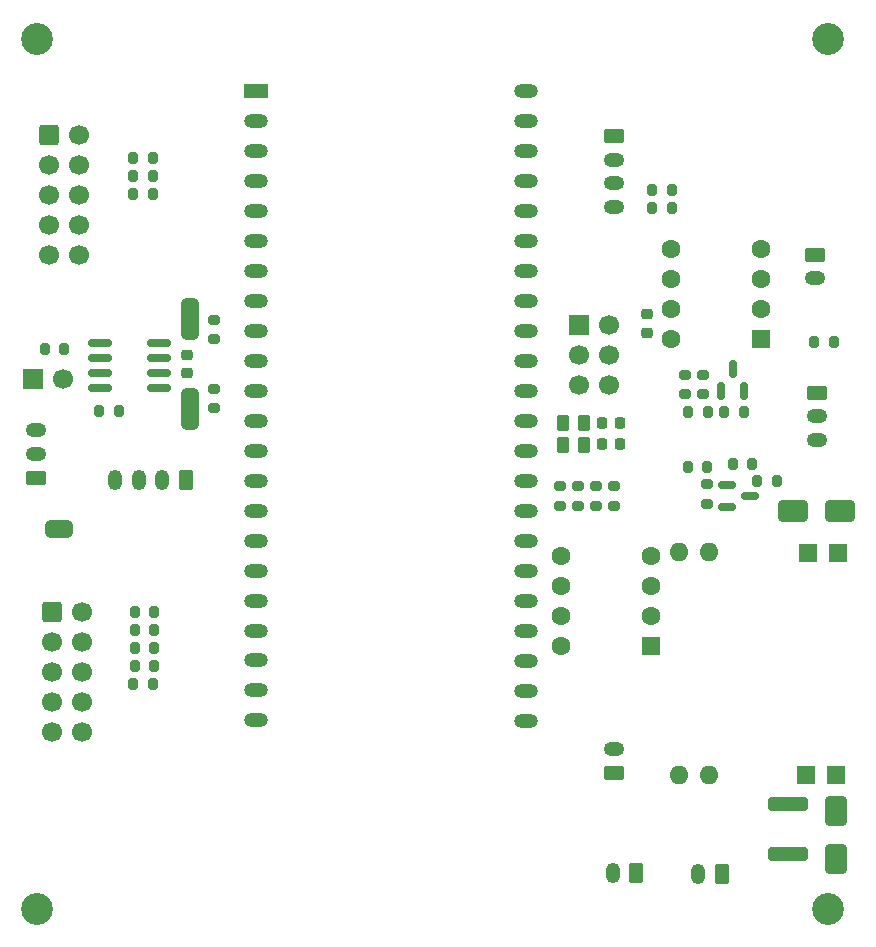
<source format=gts>
%TF.GenerationSoftware,KiCad,Pcbnew,9.0.6*%
%TF.CreationDate,2026-01-12T11:26:17-05:00*%
%TF.ProjectId,OrganUniversalMCUboard,4f726761-6e55-46e6-9976-657273616c4d,rev?*%
%TF.SameCoordinates,Original*%
%TF.FileFunction,Soldermask,Top*%
%TF.FilePolarity,Negative*%
%FSLAX46Y46*%
G04 Gerber Fmt 4.6, Leading zero omitted, Abs format (unit mm)*
G04 Created by KiCad (PCBNEW 9.0.6) date 2026-01-12 11:26:17*
%MOMM*%
%LPD*%
G01*
G04 APERTURE LIST*
G04 Aperture macros list*
%AMRoundRect*
0 Rectangle with rounded corners*
0 $1 Rounding radius*
0 $2 $3 $4 $5 $6 $7 $8 $9 X,Y pos of 4 corners*
0 Add a 4 corners polygon primitive as box body*
4,1,4,$2,$3,$4,$5,$6,$7,$8,$9,$2,$3,0*
0 Add four circle primitives for the rounded corners*
1,1,$1+$1,$2,$3*
1,1,$1+$1,$4,$5*
1,1,$1+$1,$6,$7*
1,1,$1+$1,$8,$9*
0 Add four rect primitives between the rounded corners*
20,1,$1+$1,$2,$3,$4,$5,0*
20,1,$1+$1,$4,$5,$6,$7,0*
20,1,$1+$1,$6,$7,$8,$9,0*
20,1,$1+$1,$8,$9,$2,$3,0*%
%AMFreePoly0*
4,1,23,0.500000,-0.750000,0.000000,-0.750000,0.000000,-0.745722,-0.065263,-0.745722,-0.191342,-0.711940,-0.304381,-0.646677,-0.396677,-0.554381,-0.461940,-0.441342,-0.495722,-0.315263,-0.495722,-0.250000,-0.500000,-0.250000,-0.500000,0.250000,-0.495722,0.250000,-0.495722,0.315263,-0.461940,0.441342,-0.396677,0.554381,-0.304381,0.646677,-0.191342,0.711940,-0.065263,0.745722,0.000000,0.745722,
0.000000,0.750000,0.500000,0.750000,0.500000,-0.750000,0.500000,-0.750000,$1*%
%AMFreePoly1*
4,1,23,0.000000,0.745722,0.065263,0.745722,0.191342,0.711940,0.304381,0.646677,0.396677,0.554381,0.461940,0.441342,0.495722,0.315263,0.495722,0.250000,0.500000,0.250000,0.500000,-0.250000,0.495722,-0.250000,0.495722,-0.315263,0.461940,-0.441342,0.396677,-0.554381,0.304381,-0.646677,0.191342,-0.711940,0.065263,-0.745722,0.000000,-0.745722,0.000000,-0.750000,-0.500000,-0.750000,
-0.500000,0.750000,0.000000,0.750000,0.000000,0.745722,0.000000,0.745722,$1*%
%AMFreePoly2*
4,1,23,0.550000,-0.750000,0.000000,-0.750000,0.000000,-0.745722,-0.065263,-0.745722,-0.191342,-0.711940,-0.304381,-0.646677,-0.396677,-0.554381,-0.461940,-0.441342,-0.495722,-0.315263,-0.495722,-0.250000,-0.500000,-0.250000,-0.500000,0.250000,-0.495722,0.250000,-0.495722,0.315263,-0.461940,0.441342,-0.396677,0.554381,-0.304381,0.646677,-0.191342,0.711940,-0.065263,0.745722,0.000000,0.745722,
0.000000,0.750000,0.550000,0.750000,0.550000,-0.750000,0.550000,-0.750000,$1*%
%AMFreePoly3*
4,1,23,0.000000,0.745722,0.065263,0.745722,0.191342,0.711940,0.304381,0.646677,0.396677,0.554381,0.461940,0.441342,0.495722,0.315263,0.495722,0.250000,0.500000,0.250000,0.500000,-0.250000,0.495722,-0.250000,0.495722,-0.315263,0.461940,-0.441342,0.396677,-0.554381,0.304381,-0.646677,0.191342,-0.711940,0.065263,-0.745722,0.000000,-0.745722,0.000000,-0.750000,-0.550000,-0.750000,
-0.550000,0.750000,0.000000,0.750000,0.000000,0.745722,0.000000,0.745722,$1*%
G04 Aperture macros list end*
%ADD10C,0.000000*%
%ADD11RoundRect,0.250000X-0.600000X-0.600000X0.600000X-0.600000X0.600000X0.600000X-0.600000X0.600000X0*%
%ADD12C,1.700000*%
%ADD13RoundRect,0.200000X0.275000X-0.200000X0.275000X0.200000X-0.275000X0.200000X-0.275000X-0.200000X0*%
%ADD14RoundRect,0.218750X0.218750X0.256250X-0.218750X0.256250X-0.218750X-0.256250X0.218750X-0.256250X0*%
%ADD15RoundRect,0.200000X-0.200000X-0.275000X0.200000X-0.275000X0.200000X0.275000X-0.200000X0.275000X0*%
%ADD16RoundRect,0.250000X0.550000X0.550000X-0.550000X0.550000X-0.550000X-0.550000X0.550000X-0.550000X0*%
%ADD17C,1.600000*%
%ADD18RoundRect,0.200000X-0.275000X0.200000X-0.275000X-0.200000X0.275000X-0.200000X0.275000X0.200000X0*%
%ADD19FreePoly0,180.000000*%
%ADD20FreePoly1,180.000000*%
%ADD21RoundRect,0.200000X0.200000X0.275000X-0.200000X0.275000X-0.200000X-0.275000X0.200000X-0.275000X0*%
%ADD22C,2.700000*%
%ADD23RoundRect,0.250000X-0.262500X-0.450000X0.262500X-0.450000X0.262500X0.450000X-0.262500X0.450000X0*%
%ADD24RoundRect,0.250000X0.350000X0.625000X-0.350000X0.625000X-0.350000X-0.625000X0.350000X-0.625000X0*%
%ADD25O,1.200000X1.750000*%
%ADD26RoundRect,0.150000X0.150000X-0.587500X0.150000X0.587500X-0.150000X0.587500X-0.150000X-0.587500X0*%
%ADD27FreePoly2,270.000000*%
%ADD28R,1.500000X1.000000*%
%ADD29FreePoly3,270.000000*%
%ADD30R,1.600000X1.600000*%
%ADD31O,1.600000X1.600000*%
%ADD32RoundRect,0.225000X-0.250000X0.225000X-0.250000X-0.225000X0.250000X-0.225000X0.250000X0.225000X0*%
%ADD33RoundRect,0.250000X-0.650000X1.000000X-0.650000X-1.000000X0.650000X-1.000000X0.650000X1.000000X0*%
%ADD34RoundRect,0.250000X0.625000X-0.350000X0.625000X0.350000X-0.625000X0.350000X-0.625000X-0.350000X0*%
%ADD35O,1.750000X1.200000*%
%ADD36R,1.700000X1.700000*%
%ADD37RoundRect,0.250000X-0.625000X0.350000X-0.625000X-0.350000X0.625000X-0.350000X0.625000X0.350000X0*%
%ADD38FreePoly2,90.000000*%
%ADD39FreePoly3,90.000000*%
%ADD40R,2.000000X1.200000*%
%ADD41O,2.000000X1.200000*%
%ADD42RoundRect,0.150000X-0.587500X-0.150000X0.587500X-0.150000X0.587500X0.150000X-0.587500X0.150000X0*%
%ADD43RoundRect,0.150000X0.825000X0.150000X-0.825000X0.150000X-0.825000X-0.150000X0.825000X-0.150000X0*%
%ADD44RoundRect,0.225000X0.250000X-0.225000X0.250000X0.225000X-0.250000X0.225000X-0.250000X-0.225000X0*%
%ADD45RoundRect,0.250000X1.450000X-0.312500X1.450000X0.312500X-1.450000X0.312500X-1.450000X-0.312500X0*%
%ADD46RoundRect,0.250000X-1.000000X-0.650000X1.000000X-0.650000X1.000000X0.650000X-1.000000X0.650000X0*%
G04 APERTURE END LIST*
D10*
%TO.C,JP2*%
G36*
X72032000Y-93484000D02*
G01*
X72032000Y-94984001D01*
X71732000Y-94984000D01*
X71732000Y-93483999D01*
X72032000Y-93484000D01*
G37*
%TO.C,SJ_COMM_RX1*%
G36*
X83702000Y-77204002D02*
G01*
X82202000Y-77204002D01*
X82202000Y-75704002D01*
X83702000Y-75704002D01*
X83702000Y-77204002D01*
G37*
%TO.C,SJ_COMM_TX1*%
G36*
X83701996Y-84823997D02*
G01*
X82201996Y-84823997D01*
X82201996Y-83323997D01*
X83701996Y-83323997D01*
X83701996Y-84823997D01*
G37*
%TD*%
D11*
%TO.C,J7*%
X70993000Y-60833000D03*
D12*
X73533000Y-60833000D03*
X70993000Y-63373000D03*
X73533000Y-63373000D03*
X70993000Y-65913000D03*
X73533000Y-65913000D03*
X70993000Y-68453000D03*
X73533000Y-68453000D03*
X70993000Y-70993000D03*
X73533000Y-70993000D03*
%TD*%
D13*
%TO.C,R4*%
X126704000Y-92082751D03*
X126704000Y-90432751D03*
%TD*%
D14*
%TO.C,D2*%
X119405502Y-86995001D03*
X117830498Y-86994999D03*
%TD*%
D15*
%TO.C,R3*%
X125117000Y-88971751D03*
X126767000Y-88971751D03*
%TD*%
D16*
%TO.C,U2*%
X131312999Y-78105000D03*
D17*
X131313000Y-75564997D03*
X131312999Y-73025000D03*
X131312999Y-70485000D03*
X123692999Y-70485000D03*
X123692998Y-73025000D03*
X123692999Y-75565001D03*
X123692999Y-78105000D03*
%TD*%
D18*
%TO.C,RP_DIP3*%
X115824000Y-90615000D03*
X115824000Y-92265000D03*
%TD*%
D19*
%TO.C,JP2*%
X72532000Y-94234000D03*
D20*
X71232000Y-94234000D03*
%TD*%
D21*
%TO.C,R9*%
X129857002Y-84304752D03*
X128207002Y-84304752D03*
%TD*%
D22*
%TO.C,REF\u002A\u002A*%
X70000000Y-52705000D03*
%TD*%
D15*
%TO.C,RS_MOSI1*%
X78296000Y-105862000D03*
X79946000Y-105862000D03*
%TD*%
%TO.C,RS_CLR1*%
X78296000Y-101290000D03*
X79946000Y-101290000D03*
%TD*%
D23*
%TO.C,RLED2*%
X114530500Y-85217000D03*
X116355500Y-85217000D03*
%TD*%
D24*
%TO.C,J2*%
X120761001Y-123359000D03*
D25*
X118761001Y-123359000D03*
%TD*%
D26*
%TO.C,Q2*%
X127955001Y-82575256D03*
X129854998Y-82575254D03*
X128904999Y-80700253D03*
%TD*%
D24*
%TO.C,J5*%
X82629001Y-90084999D03*
D25*
X80629001Y-90084999D03*
X78629001Y-90084999D03*
X76629000Y-90085000D03*
%TD*%
D27*
%TO.C,SJ_COMM_RX1*%
X82952000Y-75154002D03*
D28*
X82952000Y-76454002D03*
D29*
X82952000Y-77754002D03*
%TD*%
D21*
%TO.C,RP_SDA1*%
X123761000Y-65532000D03*
X122111000Y-65532000D03*
%TD*%
D30*
%TO.C,A5V1*%
X135127999Y-115062001D03*
X137668000Y-115062001D03*
D31*
X126872999Y-115087402D03*
X124332999Y-115062001D03*
D30*
X135254997Y-96266001D03*
X137795000Y-96266001D03*
D31*
X126873000Y-96164401D03*
X124332999Y-96139002D03*
%TD*%
D24*
%TO.C,J1*%
X128016000Y-123444000D03*
D25*
X126016000Y-123444000D03*
%TD*%
D32*
%TO.C,CD_U5*%
X82697998Y-79488994D03*
X82697998Y-81038996D03*
%TD*%
D33*
%TO.C,D1*%
X137668000Y-118142001D03*
X137668000Y-122142001D03*
%TD*%
D34*
%TO.C,J10*%
X118830000Y-114880900D03*
D35*
X118830000Y-112880900D03*
%TD*%
D36*
%TO.C,JP1*%
X69718000Y-81534000D03*
D12*
X72258001Y-81534001D03*
%TD*%
D14*
%TO.C,D3*%
X119405502Y-85217001D03*
X117830498Y-85216999D03*
%TD*%
D13*
%TO.C,R8*%
X126365000Y-82843751D03*
X126365000Y-81193751D03*
%TD*%
D37*
%TO.C,J4*%
X136017000Y-82677000D03*
D35*
X136017000Y-84677000D03*
X136017000Y-86677000D03*
%TD*%
D38*
%TO.C,SJ_COMM_TX1*%
X82951996Y-85373997D03*
D28*
X82951996Y-84073997D03*
D39*
X82951996Y-82773997D03*
%TD*%
D15*
%TO.C,R_TERM1*%
X70676000Y-78994000D03*
X72326000Y-78994000D03*
%TD*%
D22*
%TO.C,REF\u002A\u002A*%
X137000000Y-52705000D03*
%TD*%
%TO.C,REF\u002A\u002A*%
X137000000Y-126365000D03*
%TD*%
D15*
%TO.C,RS_LATCH1*%
X78169000Y-107315000D03*
X79819000Y-107315000D03*
%TD*%
D37*
%TO.C,J3*%
X135890000Y-70993000D03*
D35*
X135890000Y-72993000D03*
%TD*%
D15*
%TO.C,RS1*%
X75268999Y-84201000D03*
X76918999Y-84201000D03*
%TD*%
%TO.C,RS_BCLK1*%
X78155500Y-62851500D03*
X79805500Y-62851500D03*
%TD*%
D40*
%TO.C,U1*%
X88570000Y-57107920D03*
D41*
X88570000Y-59647920D03*
X88570000Y-62187920D03*
X88570000Y-64727920D03*
X88570000Y-67267920D03*
X88570000Y-69807920D03*
X88570000Y-72347920D03*
X88570000Y-74887920D03*
X88570000Y-77427920D03*
X88570000Y-79967920D03*
X88570000Y-82507920D03*
X88570000Y-85047920D03*
X88570000Y-87587920D03*
X88570000Y-90127920D03*
X88570000Y-92667920D03*
X88570000Y-95207920D03*
X88570000Y-97747920D03*
X88570000Y-100287920D03*
X88570000Y-102827920D03*
X88566320Y-105365200D03*
X88566320Y-107905200D03*
X88566320Y-110445200D03*
X111430000Y-110447920D03*
X111430000Y-107907920D03*
X111430000Y-105367920D03*
X111430000Y-102827920D03*
X111430000Y-100287920D03*
X111430000Y-97747920D03*
X111430000Y-95207920D03*
X111430000Y-92667920D03*
X111430000Y-90127920D03*
X111430000Y-87587920D03*
X111430000Y-85047920D03*
X111430000Y-82507920D03*
X111430000Y-79967920D03*
X111430000Y-77427920D03*
X111430000Y-74887920D03*
X111430000Y-72347920D03*
X111430000Y-69807920D03*
X111430000Y-67267920D03*
X111430000Y-64727920D03*
X111430000Y-62187920D03*
X111430000Y-59647920D03*
X111430000Y-57107920D03*
%TD*%
D42*
%TO.C,Q1*%
X128475500Y-90490000D03*
X128475500Y-92390000D03*
X130350500Y-91440000D03*
%TD*%
D15*
%TO.C,R1*%
X125159001Y-84304754D03*
X126809001Y-84304754D03*
%TD*%
%TO.C,RS_DIN1*%
X78155500Y-65899500D03*
X79805500Y-65899500D03*
%TD*%
D36*
%TO.C,J11*%
X115946000Y-76962000D03*
D12*
X118486000Y-76962000D03*
X115946000Y-79502000D03*
X118486000Y-79502000D03*
X115946000Y-82042000D03*
X118486000Y-82042000D03*
%TD*%
D15*
%TO.C,RS_OE_N1*%
X78296000Y-102814000D03*
X79946000Y-102814000D03*
%TD*%
D18*
%TO.C,RP_DIP2*%
X117348000Y-90615000D03*
X117348000Y-92265000D03*
%TD*%
D34*
%TO.C,J6*%
X69935000Y-89884000D03*
D35*
X69935000Y-87884000D03*
X69935000Y-85884000D03*
%TD*%
D21*
%TO.C,R5*%
X137477000Y-78359000D03*
X135827000Y-78359000D03*
%TD*%
D43*
%TO.C,U5*%
X80332998Y-82325001D03*
X80333000Y-81054999D03*
X80333000Y-79784999D03*
X80333000Y-78514998D03*
X75383002Y-78514997D03*
X75383000Y-79784999D03*
X75383000Y-81054999D03*
X75383000Y-82325000D03*
%TD*%
D15*
%TO.C,RS_SCK1*%
X78296000Y-104338000D03*
X79946000Y-104338000D03*
%TD*%
D18*
%TO.C,RP_DIP1*%
X118872000Y-90615000D03*
X118872000Y-92265000D03*
%TD*%
D21*
%TO.C,RP_SCL1*%
X123761000Y-67056000D03*
X122111000Y-67056000D03*
%TD*%
D13*
%TO.C,RS_UART_RX1*%
X84984000Y-78168000D03*
X84984000Y-76518000D03*
%TD*%
D44*
%TO.C,CD_U2*%
X121666000Y-77610001D03*
X121666000Y-76059999D03*
%TD*%
D45*
%TO.C,F1*%
X133604001Y-121771499D03*
X133603999Y-117496501D03*
%TD*%
D11*
%TO.C,J8*%
X71247000Y-101290000D03*
D12*
X73787000Y-101290000D03*
X71247000Y-103830000D03*
X73787000Y-103830000D03*
X71247000Y-106370000D03*
X73787000Y-106370000D03*
X71247000Y-108910000D03*
X73787000Y-108910000D03*
X71247000Y-111450000D03*
X73787000Y-111450000D03*
%TD*%
D23*
%TO.C,RLED1*%
X114530500Y-87122000D03*
X116355500Y-87122000D03*
%TD*%
D18*
%TO.C,RS_UART_TX1*%
X84983998Y-82359998D03*
X84983998Y-84009998D03*
%TD*%
D15*
%TO.C,RS_LRCLK1*%
X78155500Y-64375500D03*
X79805500Y-64375500D03*
%TD*%
D21*
%TO.C,R2*%
X132651000Y-90170000D03*
X131001000Y-90170000D03*
%TD*%
D18*
%TO.C,R6*%
X124841000Y-81193751D03*
X124841000Y-82843751D03*
%TD*%
%TO.C,RP_DIP4*%
X114300000Y-90615000D03*
X114300000Y-92265000D03*
%TD*%
D15*
%TO.C,R7*%
X128927000Y-88717751D03*
X130577000Y-88717751D03*
%TD*%
D22*
%TO.C,REF\u002A\u002A*%
X70000000Y-126365000D03*
%TD*%
D37*
%TO.C,J9*%
X118872000Y-60960000D03*
D35*
X118872000Y-62960000D03*
X118872000Y-64960000D03*
X118872001Y-66960001D03*
%TD*%
D16*
%TO.C,SW1*%
X122042000Y-104127500D03*
D17*
X122042001Y-101587497D03*
X122042000Y-99047500D03*
X122042000Y-96507500D03*
X114422000Y-96507500D03*
X114421998Y-99047500D03*
X114422000Y-101587501D03*
X114422000Y-104127500D03*
%TD*%
D46*
%TO.C,D4*%
X134017000Y-92710000D03*
X138017000Y-92710000D03*
%TD*%
M02*

</source>
